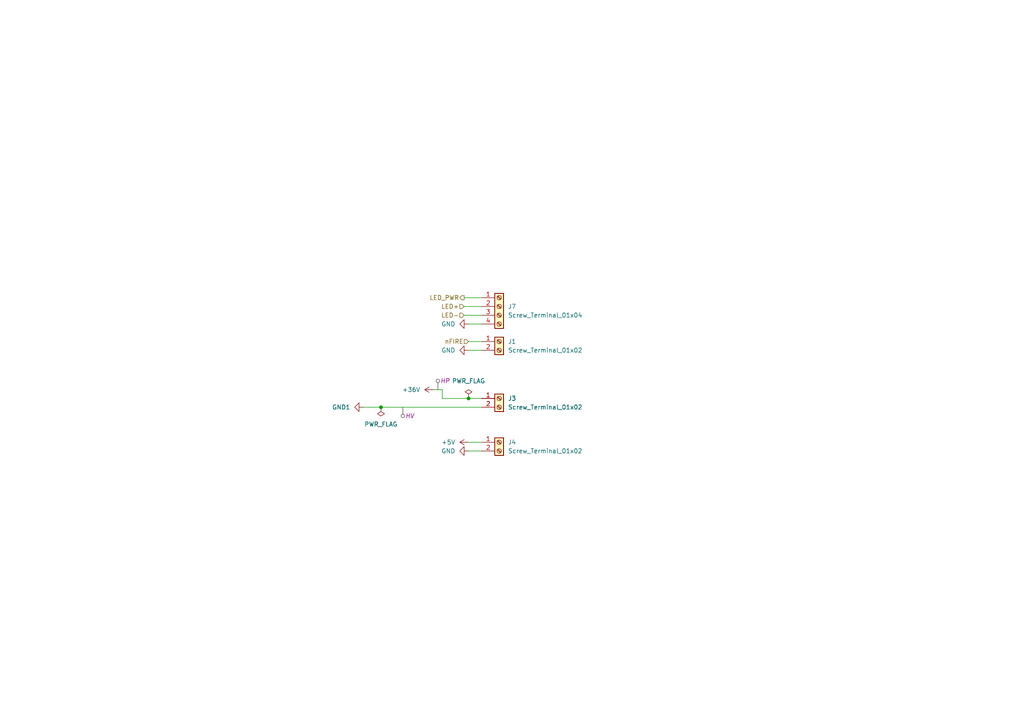
<source format=kicad_sch>
(kicad_sch (version 20230121) (generator eeschema)

  (uuid 65dc952f-5599-493c-bd96-883ef4e90307)

  (paper "A4")

  (title_block
    (title "Xaar 128 Driver")
    (date "2023-12-04")
    (rev "1.0.0")
  )

  (lib_symbols
    (symbol "Connector:Screw_Terminal_01x02" (pin_names (offset 1.016) hide) (in_bom yes) (on_board yes)
      (property "Reference" "J" (at 0 2.54 0)
        (effects (font (size 1.27 1.27)))
      )
      (property "Value" "Screw_Terminal_01x02" (at 0 -5.08 0)
        (effects (font (size 1.27 1.27)))
      )
      (property "Footprint" "" (at 0 0 0)
        (effects (font (size 1.27 1.27)) hide)
      )
      (property "Datasheet" "~" (at 0 0 0)
        (effects (font (size 1.27 1.27)) hide)
      )
      (property "ki_keywords" "screw terminal" (at 0 0 0)
        (effects (font (size 1.27 1.27)) hide)
      )
      (property "ki_description" "Generic screw terminal, single row, 01x02, script generated (kicad-library-utils/schlib/autogen/connector/)" (at 0 0 0)
        (effects (font (size 1.27 1.27)) hide)
      )
      (property "ki_fp_filters" "TerminalBlock*:*" (at 0 0 0)
        (effects (font (size 1.27 1.27)) hide)
      )
      (symbol "Screw_Terminal_01x02_1_1"
        (rectangle (start -1.27 1.27) (end 1.27 -3.81)
          (stroke (width 0.254) (type default))
          (fill (type background))
        )
        (circle (center 0 -2.54) (radius 0.635)
          (stroke (width 0.1524) (type default))
          (fill (type none))
        )
        (polyline
          (pts
            (xy -0.5334 -2.2098)
            (xy 0.3302 -3.048)
          )
          (stroke (width 0.1524) (type default))
          (fill (type none))
        )
        (polyline
          (pts
            (xy -0.5334 0.3302)
            (xy 0.3302 -0.508)
          )
          (stroke (width 0.1524) (type default))
          (fill (type none))
        )
        (polyline
          (pts
            (xy -0.3556 -2.032)
            (xy 0.508 -2.8702)
          )
          (stroke (width 0.1524) (type default))
          (fill (type none))
        )
        (polyline
          (pts
            (xy -0.3556 0.508)
            (xy 0.508 -0.3302)
          )
          (stroke (width 0.1524) (type default))
          (fill (type none))
        )
        (circle (center 0 0) (radius 0.635)
          (stroke (width 0.1524) (type default))
          (fill (type none))
        )
        (pin passive line (at -5.08 0 0) (length 3.81)
          (name "Pin_1" (effects (font (size 1.27 1.27))))
          (number "1" (effects (font (size 1.27 1.27))))
        )
        (pin passive line (at -5.08 -2.54 0) (length 3.81)
          (name "Pin_2" (effects (font (size 1.27 1.27))))
          (number "2" (effects (font (size 1.27 1.27))))
        )
      )
    )
    (symbol "Connector:Screw_Terminal_01x04" (pin_names (offset 1.016) hide) (in_bom yes) (on_board yes)
      (property "Reference" "J" (at 0 5.08 0)
        (effects (font (size 1.27 1.27)))
      )
      (property "Value" "Screw_Terminal_01x04" (at 0 -7.62 0)
        (effects (font (size 1.27 1.27)))
      )
      (property "Footprint" "" (at 0 0 0)
        (effects (font (size 1.27 1.27)) hide)
      )
      (property "Datasheet" "~" (at 0 0 0)
        (effects (font (size 1.27 1.27)) hide)
      )
      (property "ki_keywords" "screw terminal" (at 0 0 0)
        (effects (font (size 1.27 1.27)) hide)
      )
      (property "ki_description" "Generic screw terminal, single row, 01x04, script generated (kicad-library-utils/schlib/autogen/connector/)" (at 0 0 0)
        (effects (font (size 1.27 1.27)) hide)
      )
      (property "ki_fp_filters" "TerminalBlock*:*" (at 0 0 0)
        (effects (font (size 1.27 1.27)) hide)
      )
      (symbol "Screw_Terminal_01x04_1_1"
        (rectangle (start -1.27 3.81) (end 1.27 -6.35)
          (stroke (width 0.254) (type default))
          (fill (type background))
        )
        (circle (center 0 -5.08) (radius 0.635)
          (stroke (width 0.1524) (type default))
          (fill (type none))
        )
        (circle (center 0 -2.54) (radius 0.635)
          (stroke (width 0.1524) (type default))
          (fill (type none))
        )
        (polyline
          (pts
            (xy -0.5334 -4.7498)
            (xy 0.3302 -5.588)
          )
          (stroke (width 0.1524) (type default))
          (fill (type none))
        )
        (polyline
          (pts
            (xy -0.5334 -2.2098)
            (xy 0.3302 -3.048)
          )
          (stroke (width 0.1524) (type default))
          (fill (type none))
        )
        (polyline
          (pts
            (xy -0.5334 0.3302)
            (xy 0.3302 -0.508)
          )
          (stroke (width 0.1524) (type default))
          (fill (type none))
        )
        (polyline
          (pts
            (xy -0.5334 2.8702)
            (xy 0.3302 2.032)
          )
          (stroke (width 0.1524) (type default))
          (fill (type none))
        )
        (polyline
          (pts
            (xy -0.3556 -4.572)
            (xy 0.508 -5.4102)
          )
          (stroke (width 0.1524) (type default))
          (fill (type none))
        )
        (polyline
          (pts
            (xy -0.3556 -2.032)
            (xy 0.508 -2.8702)
          )
          (stroke (width 0.1524) (type default))
          (fill (type none))
        )
        (polyline
          (pts
            (xy -0.3556 0.508)
            (xy 0.508 -0.3302)
          )
          (stroke (width 0.1524) (type default))
          (fill (type none))
        )
        (polyline
          (pts
            (xy -0.3556 3.048)
            (xy 0.508 2.2098)
          )
          (stroke (width 0.1524) (type default))
          (fill (type none))
        )
        (circle (center 0 0) (radius 0.635)
          (stroke (width 0.1524) (type default))
          (fill (type none))
        )
        (circle (center 0 2.54) (radius 0.635)
          (stroke (width 0.1524) (type default))
          (fill (type none))
        )
        (pin passive line (at -5.08 2.54 0) (length 3.81)
          (name "Pin_1" (effects (font (size 1.27 1.27))))
          (number "1" (effects (font (size 1.27 1.27))))
        )
        (pin passive line (at -5.08 0 0) (length 3.81)
          (name "Pin_2" (effects (font (size 1.27 1.27))))
          (number "2" (effects (font (size 1.27 1.27))))
        )
        (pin passive line (at -5.08 -2.54 0) (length 3.81)
          (name "Pin_3" (effects (font (size 1.27 1.27))))
          (number "3" (effects (font (size 1.27 1.27))))
        )
        (pin passive line (at -5.08 -5.08 0) (length 3.81)
          (name "Pin_4" (effects (font (size 1.27 1.27))))
          (number "4" (effects (font (size 1.27 1.27))))
        )
      )
    )
    (symbol "power:+36V" (power) (pin_names (offset 0)) (in_bom yes) (on_board yes)
      (property "Reference" "#PWR" (at 0 -3.81 0)
        (effects (font (size 1.27 1.27)) hide)
      )
      (property "Value" "+36V" (at 0 3.556 0)
        (effects (font (size 1.27 1.27)))
      )
      (property "Footprint" "" (at 0 0 0)
        (effects (font (size 1.27 1.27)) hide)
      )
      (property "Datasheet" "" (at 0 0 0)
        (effects (font (size 1.27 1.27)) hide)
      )
      (property "ki_keywords" "global power" (at 0 0 0)
        (effects (font (size 1.27 1.27)) hide)
      )
      (property "ki_description" "Power symbol creates a global label with name \"+36V\"" (at 0 0 0)
        (effects (font (size 1.27 1.27)) hide)
      )
      (symbol "+36V_0_1"
        (polyline
          (pts
            (xy -0.762 1.27)
            (xy 0 2.54)
          )
          (stroke (width 0) (type default))
          (fill (type none))
        )
        (polyline
          (pts
            (xy 0 0)
            (xy 0 2.54)
          )
          (stroke (width 0) (type default))
          (fill (type none))
        )
        (polyline
          (pts
            (xy 0 2.54)
            (xy 0.762 1.27)
          )
          (stroke (width 0) (type default))
          (fill (type none))
        )
      )
      (symbol "+36V_1_1"
        (pin power_in line (at 0 0 90) (length 0) hide
          (name "+36V" (effects (font (size 1.27 1.27))))
          (number "1" (effects (font (size 1.27 1.27))))
        )
      )
    )
    (symbol "power:+5V" (power) (pin_names (offset 0)) (in_bom yes) (on_board yes)
      (property "Reference" "#PWR" (at 0 -3.81 0)
        (effects (font (size 1.27 1.27)) hide)
      )
      (property "Value" "+5V" (at 0 3.556 0)
        (effects (font (size 1.27 1.27)))
      )
      (property "Footprint" "" (at 0 0 0)
        (effects (font (size 1.27 1.27)) hide)
      )
      (property "Datasheet" "" (at 0 0 0)
        (effects (font (size 1.27 1.27)) hide)
      )
      (property "ki_keywords" "global power" (at 0 0 0)
        (effects (font (size 1.27 1.27)) hide)
      )
      (property "ki_description" "Power symbol creates a global label with name \"+5V\"" (at 0 0 0)
        (effects (font (size 1.27 1.27)) hide)
      )
      (symbol "+5V_0_1"
        (polyline
          (pts
            (xy -0.762 1.27)
            (xy 0 2.54)
          )
          (stroke (width 0) (type default))
          (fill (type none))
        )
        (polyline
          (pts
            (xy 0 0)
            (xy 0 2.54)
          )
          (stroke (width 0) (type default))
          (fill (type none))
        )
        (polyline
          (pts
            (xy 0 2.54)
            (xy 0.762 1.27)
          )
          (stroke (width 0) (type default))
          (fill (type none))
        )
      )
      (symbol "+5V_1_1"
        (pin power_in line (at 0 0 90) (length 0) hide
          (name "+5V" (effects (font (size 1.27 1.27))))
          (number "1" (effects (font (size 1.27 1.27))))
        )
      )
    )
    (symbol "power:GND" (power) (pin_names (offset 0)) (in_bom yes) (on_board yes)
      (property "Reference" "#PWR" (at 0 -6.35 0)
        (effects (font (size 1.27 1.27)) hide)
      )
      (property "Value" "GND" (at 0 -3.81 0)
        (effects (font (size 1.27 1.27)))
      )
      (property "Footprint" "" (at 0 0 0)
        (effects (font (size 1.27 1.27)) hide)
      )
      (property "Datasheet" "" (at 0 0 0)
        (effects (font (size 1.27 1.27)) hide)
      )
      (property "ki_keywords" "global power" (at 0 0 0)
        (effects (font (size 1.27 1.27)) hide)
      )
      (property "ki_description" "Power symbol creates a global label with name \"GND\" , ground" (at 0 0 0)
        (effects (font (size 1.27 1.27)) hide)
      )
      (symbol "GND_0_1"
        (polyline
          (pts
            (xy 0 0)
            (xy 0 -1.27)
            (xy 1.27 -1.27)
            (xy 0 -2.54)
            (xy -1.27 -1.27)
            (xy 0 -1.27)
          )
          (stroke (width 0) (type default))
          (fill (type none))
        )
      )
      (symbol "GND_1_1"
        (pin power_in line (at 0 0 270) (length 0) hide
          (name "GND" (effects (font (size 1.27 1.27))))
          (number "1" (effects (font (size 1.27 1.27))))
        )
      )
    )
    (symbol "power:GND1" (power) (pin_names (offset 0)) (in_bom yes) (on_board yes)
      (property "Reference" "#PWR" (at 0 -6.35 0)
        (effects (font (size 1.27 1.27)) hide)
      )
      (property "Value" "GND1" (at 0 -3.81 0)
        (effects (font (size 1.27 1.27)))
      )
      (property "Footprint" "" (at 0 0 0)
        (effects (font (size 1.27 1.27)) hide)
      )
      (property "Datasheet" "" (at 0 0 0)
        (effects (font (size 1.27 1.27)) hide)
      )
      (property "ki_keywords" "global power" (at 0 0 0)
        (effects (font (size 1.27 1.27)) hide)
      )
      (property "ki_description" "Power symbol creates a global label with name \"GND1\" , ground" (at 0 0 0)
        (effects (font (size 1.27 1.27)) hide)
      )
      (symbol "GND1_0_1"
        (polyline
          (pts
            (xy 0 0)
            (xy 0 -1.27)
            (xy 1.27 -1.27)
            (xy 0 -2.54)
            (xy -1.27 -1.27)
            (xy 0 -1.27)
          )
          (stroke (width 0) (type default))
          (fill (type none))
        )
      )
      (symbol "GND1_1_1"
        (pin power_in line (at 0 0 270) (length 0) hide
          (name "GND1" (effects (font (size 1.27 1.27))))
          (number "1" (effects (font (size 1.27 1.27))))
        )
      )
    )
    (symbol "power:PWR_FLAG" (power) (pin_numbers hide) (pin_names (offset 0) hide) (in_bom yes) (on_board yes)
      (property "Reference" "#FLG" (at 0 1.905 0)
        (effects (font (size 1.27 1.27)) hide)
      )
      (property "Value" "PWR_FLAG" (at 0 3.81 0)
        (effects (font (size 1.27 1.27)))
      )
      (property "Footprint" "" (at 0 0 0)
        (effects (font (size 1.27 1.27)) hide)
      )
      (property "Datasheet" "~" (at 0 0 0)
        (effects (font (size 1.27 1.27)) hide)
      )
      (property "ki_keywords" "flag power" (at 0 0 0)
        (effects (font (size 1.27 1.27)) hide)
      )
      (property "ki_description" "Special symbol for telling ERC where power comes from" (at 0 0 0)
        (effects (font (size 1.27 1.27)) hide)
      )
      (symbol "PWR_FLAG_0_0"
        (pin power_out line (at 0 0 90) (length 0)
          (name "pwr" (effects (font (size 1.27 1.27))))
          (number "1" (effects (font (size 1.27 1.27))))
        )
      )
      (symbol "PWR_FLAG_0_1"
        (polyline
          (pts
            (xy 0 0)
            (xy 0 1.27)
            (xy -1.016 1.905)
            (xy 0 2.54)
            (xy 1.016 1.905)
            (xy 0 1.27)
          )
          (stroke (width 0) (type default))
          (fill (type none))
        )
      )
    )
  )

  (junction (at 110.49 118.11) (diameter 0) (color 0 0 0 0)
    (uuid 065897dd-124d-4ac1-a147-7852c1c221e2)
  )
  (junction (at 135.89 115.57) (diameter 0) (color 0 0 0 0)
    (uuid e750d1a7-e66b-4b48-833f-022bbb83e7e1)
  )

  (wire (pts (xy 135.89 128.27) (xy 139.7 128.27))
    (stroke (width 0) (type default))
    (uuid 1722373c-bf7e-46ac-b2c3-140c3382dbfb)
  )
  (wire (pts (xy 135.89 99.06) (xy 139.7 99.06))
    (stroke (width 0) (type default))
    (uuid 18962c86-ae7e-4574-b857-d700a1ec7941)
  )
  (wire (pts (xy 135.89 130.81) (xy 139.7 130.81))
    (stroke (width 0) (type default))
    (uuid 45bfa413-eb59-4b0a-a9f2-74e392fe806f)
  )
  (wire (pts (xy 128.27 115.57) (xy 135.89 115.57))
    (stroke (width 0) (type default))
    (uuid 59b1e2fe-5d42-4528-9c79-0f99937f2250)
  )
  (wire (pts (xy 135.89 93.98) (xy 139.7 93.98))
    (stroke (width 0) (type default))
    (uuid 5ec9e01a-5ba2-4f0e-a5b8-5577a1886965)
  )
  (wire (pts (xy 135.89 101.6) (xy 139.7 101.6))
    (stroke (width 0) (type default))
    (uuid 66ef3382-852a-46ed-b90b-b922d5d7cd4e)
  )
  (wire (pts (xy 105.41 118.11) (xy 110.49 118.11))
    (stroke (width 0) (type default))
    (uuid 711cdcb3-0226-494a-b86b-26e6d912f90d)
  )
  (wire (pts (xy 134.62 91.44) (xy 139.7 91.44))
    (stroke (width 0) (type default))
    (uuid 83855fd3-92d7-4dee-af03-7911ed6453ec)
  )
  (wire (pts (xy 135.89 115.57) (xy 139.7 115.57))
    (stroke (width 0) (type default))
    (uuid b313b7df-5db7-4c58-a3d4-b1b2ef962877)
  )
  (wire (pts (xy 134.62 88.9) (xy 139.7 88.9))
    (stroke (width 0) (type default))
    (uuid c9bfbcb3-96e0-4ceb-90fd-367898c4de3f)
  )
  (wire (pts (xy 125.73 113.03) (xy 128.27 113.03))
    (stroke (width 0) (type default))
    (uuid d8234d9f-881e-4edf-9e42-c53d4d9872c1)
  )
  (wire (pts (xy 110.49 118.11) (xy 139.7 118.11))
    (stroke (width 0) (type default))
    (uuid e7670e20-8cc4-47e2-aef2-92b579467891)
  )
  (wire (pts (xy 128.27 113.03) (xy 128.27 115.57))
    (stroke (width 0) (type default))
    (uuid ed386f61-f6c9-46d0-be09-32cce262229e)
  )
  (wire (pts (xy 134.62 86.36) (xy 139.7 86.36))
    (stroke (width 0) (type default))
    (uuid ff51c630-ee87-41c1-972d-f7f89fb9fe54)
  )

  (hierarchical_label "LED+" (shape input) (at 134.62 88.9 180) (fields_autoplaced)
    (effects (font (size 1.27 1.27)) (justify right))
    (uuid 4c9a5df7-ad67-4dd0-b846-48e750d56e12)
  )
  (hierarchical_label "LED-" (shape input) (at 134.62 91.44 180) (fields_autoplaced)
    (effects (font (size 1.27 1.27)) (justify right))
    (uuid c43702c3-f0e4-4a86-a1c6-60810876fbc5)
  )
  (hierarchical_label "LED_PWR" (shape output) (at 134.62 86.36 180) (fields_autoplaced)
    (effects (font (size 1.27 1.27)) (justify right))
    (uuid e7448bff-43b5-43ce-b5ac-1ac911ebb5c3)
  )
  (hierarchical_label "nFIRE" (shape input) (at 135.89 99.06 180) (fields_autoplaced)
    (effects (font (size 1.27 1.27)) (justify right))
    (uuid fa578dc7-4124-4e56-a685-360128346c6c)
  )

  (netclass_flag "" (length 2.54) (shape round) (at 127 113.03 0) (fields_autoplaced)
    (effects (font (size 1.27 1.27)) (justify left bottom))
    (uuid 65f816f2-30ee-48be-91ee-bea2ddd6c2fe)
    (property "Netclass" "HP" (at 127.6985 110.49 0)
      (effects (font (size 1.27 1.27) italic) (justify left))
    )
  )
  (netclass_flag "" (length 2.54) (shape round) (at 116.84 118.11 180) (fields_autoplaced)
    (effects (font (size 1.27 1.27)) (justify right bottom))
    (uuid 81fbee84-2528-478d-8e19-fcafc8470c30)
    (property "Netclass" "HV" (at 117.5385 120.65 0)
      (effects (font (size 1.27 1.27) italic) (justify left))
    )
  )

  (symbol (lib_id "power:PWR_FLAG") (at 110.49 118.11 180) (unit 1)
    (in_bom yes) (on_board yes) (dnp no) (fields_autoplaced)
    (uuid 057ca9e6-bfa7-4029-a2c1-6b3340275cf5)
    (property "Reference" "#FLG06" (at 110.49 120.015 0)
      (effects (font (size 1.27 1.27)) hide)
    )
    (property "Value" "PWR_FLAG" (at 110.49 123.0532 0)
      (effects (font (size 1.27 1.27)))
    )
    (property "Footprint" "" (at 110.49 118.11 0)
      (effects (font (size 1.27 1.27)) hide)
    )
    (property "Datasheet" "~" (at 110.49 118.11 0)
      (effects (font (size 1.27 1.27)) hide)
    )
    (pin "1" (uuid bf8f9d3b-fc4f-4835-a1ac-c04b4abd3f6e))
    (instances
      (project "Xaar128-Driver"
        (path "/f0c82013-03f9-4093-aa02-30b89fd69529/8d2d865b-5c5b-48bf-9eef-a5e158c4d497"
          (reference "#FLG06") (unit 1)
        )
      )
    )
  )

  (symbol (lib_id "Connector:Screw_Terminal_01x04") (at 144.78 88.9 0) (unit 1)
    (in_bom yes) (on_board yes) (dnp no) (fields_autoplaced)
    (uuid 05bafe0c-3f9b-40af-96b9-a379fdd48f30)
    (property "Reference" "J7" (at 147.32 88.9 0)
      (effects (font (size 1.27 1.27)) (justify left))
    )
    (property "Value" "Screw_Terminal_01x04" (at 147.32 91.44 0)
      (effects (font (size 1.27 1.27)) (justify left))
    )
    (property "Footprint" "RS_PRO:Steckbarer_Klemmenblock_1x04_5.08mm_vertical_copy" (at 144.78 88.9 0)
      (effects (font (size 1.27 1.27)) hide)
    )
    (property "Datasheet" "~" (at 144.78 88.9 0)
      (effects (font (size 1.27 1.27)) hide)
    )
    (property "RSBestNr" "897-1240" (at 144.78 88.9 0)
      (effects (font (size 1.27 1.27)) hide)
    )
    (property "Supplier" "RS" (at 144.78 88.9 0)
      (effects (font (size 1.27 1.27)) hide)
    )
    (pin "1" (uuid dfd0d60d-3dd4-4052-a908-955e455dc490))
    (pin "2" (uuid 8bb120f8-5447-4b1a-84a5-d335ca85e150))
    (pin "3" (uuid eca3398b-aafd-41d5-83d6-cdb226b6580d))
    (pin "4" (uuid 729de11d-94f2-4516-9fee-1176bdc3c648))
    (instances
      (project "Xaar128-Driver"
        (path "/f0c82013-03f9-4093-aa02-30b89fd69529/8d2d865b-5c5b-48bf-9eef-a5e158c4d497"
          (reference "J7") (unit 1)
        )
      )
    )
  )

  (symbol (lib_id "power:GND") (at 135.89 130.81 270) (unit 1)
    (in_bom yes) (on_board yes) (dnp no) (fields_autoplaced)
    (uuid 0e3a495d-837f-4714-aebb-b971a257caba)
    (property "Reference" "#PWR068" (at 129.54 130.81 0)
      (effects (font (size 1.27 1.27)) hide)
    )
    (property "Value" "GND" (at 132.08 130.81 90)
      (effects (font (size 1.27 1.27)) (justify right))
    )
    (property "Footprint" "" (at 135.89 130.81 0)
      (effects (font (size 1.27 1.27)) hide)
    )
    (property "Datasheet" "" (at 135.89 130.81 0)
      (effects (font (size 1.27 1.27)) hide)
    )
    (pin "1" (uuid cfc5301c-b8fa-4402-8c28-c4673e3396b8))
    (instances
      (project "Xaar128-Driver"
        (path "/f0c82013-03f9-4093-aa02-30b89fd69529/8d2d865b-5c5b-48bf-9eef-a5e158c4d497"
          (reference "#PWR068") (unit 1)
        )
      )
    )
  )

  (symbol (lib_id "Connector:Screw_Terminal_01x02") (at 144.78 128.27 0) (unit 1)
    (in_bom yes) (on_board yes) (dnp no) (fields_autoplaced)
    (uuid 375cf217-3620-4f29-8e49-d0cc3eaabb22)
    (property "Reference" "J4" (at 147.32 128.27 0)
      (effects (font (size 1.27 1.27)) (justify left))
    )
    (property "Value" "Screw_Terminal_01x02" (at 147.32 130.81 0)
      (effects (font (size 1.27 1.27)) (justify left))
    )
    (property "Footprint" "RS_PRO:Steckbarer_Klemmenblock_1x02_5.08mm_vertical" (at 144.78 128.27 0)
      (effects (font (size 1.27 1.27)) hide)
    )
    (property "Datasheet" "~" (at 144.78 128.27 0)
      (effects (font (size 1.27 1.27)) hide)
    )
    (property "RSBestNr" "897-1238" (at 144.78 128.27 0)
      (effects (font (size 1.27 1.27)) hide)
    )
    (property "Supplier" "RS" (at 144.78 128.27 0)
      (effects (font (size 1.27 1.27)) hide)
    )
    (pin "1" (uuid 5c850b05-3a9e-490b-92b7-703bd69aa88c))
    (pin "2" (uuid 2205173e-e9df-40d5-80cd-1e00eaec3587))
    (instances
      (project "Xaar128-Driver"
        (path "/f0c82013-03f9-4093-aa02-30b89fd69529/8d2d865b-5c5b-48bf-9eef-a5e158c4d497"
          (reference "J4") (unit 1)
        )
      )
    )
  )

  (symbol (lib_id "power:+36V") (at 125.73 113.03 90) (unit 1)
    (in_bom yes) (on_board yes) (dnp no) (fields_autoplaced)
    (uuid 5e249bef-9c04-4424-9943-651742c933f5)
    (property "Reference" "#PWR066" (at 129.54 113.03 0)
      (effects (font (size 1.27 1.27)) hide)
    )
    (property "Value" "+36V" (at 121.92 113.03 90)
      (effects (font (size 1.27 1.27)) (justify left))
    )
    (property "Footprint" "" (at 125.73 113.03 0)
      (effects (font (size 1.27 1.27)) hide)
    )
    (property "Datasheet" "" (at 125.73 113.03 0)
      (effects (font (size 1.27 1.27)) hide)
    )
    (pin "1" (uuid 3b532e49-8399-4ebe-b915-1f00a3ed66a6))
    (instances
      (project "Xaar128-Driver"
        (path "/f0c82013-03f9-4093-aa02-30b89fd69529/8d2d865b-5c5b-48bf-9eef-a5e158c4d497"
          (reference "#PWR066") (unit 1)
        )
      )
    )
  )

  (symbol (lib_id "Connector:Screw_Terminal_01x02") (at 144.78 99.06 0) (unit 1)
    (in_bom yes) (on_board yes) (dnp no) (fields_autoplaced)
    (uuid 6d549843-021d-4ccc-8578-d4fd0a782b38)
    (property "Reference" "J1" (at 147.32 99.06 0)
      (effects (font (size 1.27 1.27)) (justify left))
    )
    (property "Value" "Screw_Terminal_01x02" (at 147.32 101.6 0)
      (effects (font (size 1.27 1.27)) (justify left))
    )
    (property "Footprint" "RS_PRO:Steckbarer_Klemmenblock_1x02_5.08mm_vertical" (at 144.78 99.06 0)
      (effects (font (size 1.27 1.27)) hide)
    )
    (property "Datasheet" "~" (at 144.78 99.06 0)
      (effects (font (size 1.27 1.27)) hide)
    )
    (property "RSBestNr" "897-1238" (at 144.78 99.06 0)
      (effects (font (size 1.27 1.27)) hide)
    )
    (property "Supplier" "RS" (at 144.78 99.06 0)
      (effects (font (size 1.27 1.27)) hide)
    )
    (pin "1" (uuid b1aa18d4-15ed-46de-94b6-d8f5d3740391))
    (pin "2" (uuid 7d34831d-3792-485e-a66b-b5aaa4ebabd8))
    (instances
      (project "Xaar128-Driver"
        (path "/f0c82013-03f9-4093-aa02-30b89fd69529/8d2d865b-5c5b-48bf-9eef-a5e158c4d497"
          (reference "J1") (unit 1)
        )
      )
    )
  )

  (symbol (lib_id "power:+5V") (at 135.89 128.27 90) (unit 1)
    (in_bom yes) (on_board yes) (dnp no) (fields_autoplaced)
    (uuid 7dbff35f-e642-466b-bfa1-ad61ff4d054a)
    (property "Reference" "#PWR069" (at 139.7 128.27 0)
      (effects (font (size 1.27 1.27)) hide)
    )
    (property "Value" "+5V" (at 132.08 128.27 90)
      (effects (font (size 1.27 1.27)) (justify left))
    )
    (property "Footprint" "" (at 135.89 128.27 0)
      (effects (font (size 1.27 1.27)) hide)
    )
    (property "Datasheet" "" (at 135.89 128.27 0)
      (effects (font (size 1.27 1.27)) hide)
    )
    (pin "1" (uuid ab27d69f-1bde-499c-ad4b-2d53c13cdc36))
    (instances
      (project "Xaar128-Driver"
        (path "/f0c82013-03f9-4093-aa02-30b89fd69529/8d2d865b-5c5b-48bf-9eef-a5e158c4d497"
          (reference "#PWR069") (unit 1)
        )
      )
    )
  )

  (symbol (lib_id "Connector:Screw_Terminal_01x02") (at 144.78 115.57 0) (unit 1)
    (in_bom yes) (on_board yes) (dnp no) (fields_autoplaced)
    (uuid 908985a4-c146-4f10-b4e7-59a5622bb49a)
    (property "Reference" "J3" (at 147.32 115.57 0)
      (effects (font (size 1.27 1.27)) (justify left))
    )
    (property "Value" "Screw_Terminal_01x02" (at 147.32 118.11 0)
      (effects (font (size 1.27 1.27)) (justify left))
    )
    (property "Footprint" "RS_PRO:Steckbarer_Klemmenblock_1x02_5.08mm_vertical" (at 144.78 115.57 0)
      (effects (font (size 1.27 1.27)) hide)
    )
    (property "Datasheet" "~" (at 144.78 115.57 0)
      (effects (font (size 1.27 1.27)) hide)
    )
    (property "RSBestNr" "897-1238" (at 144.78 115.57 0)
      (effects (font (size 1.27 1.27)) hide)
    )
    (property "Supplier" "RS" (at 144.78 115.57 0)
      (effects (font (size 1.27 1.27)) hide)
    )
    (pin "1" (uuid c5519cad-ff6d-404a-bc84-ef924d810fc6))
    (pin "2" (uuid c1defe10-fe88-46ae-aac4-2d41c079e8ee))
    (instances
      (project "Xaar128-Driver"
        (path "/f0c82013-03f9-4093-aa02-30b89fd69529/8d2d865b-5c5b-48bf-9eef-a5e158c4d497"
          (reference "J3") (unit 1)
        )
      )
    )
  )

  (symbol (lib_id "power:GND1") (at 105.41 118.11 270) (unit 1)
    (in_bom yes) (on_board yes) (dnp no)
    (uuid 960f341e-bc60-446d-a0ae-4b79fe2b223d)
    (property "Reference" "#PWR096" (at 99.06 118.11 0)
      (effects (font (size 1.27 1.27)) hide)
    )
    (property "Value" "GND1" (at 101.6 118.11 90)
      (effects (font (size 1.27 1.27)) (justify right))
    )
    (property "Footprint" "" (at 105.41 118.11 0)
      (effects (font (size 1.27 1.27)) hide)
    )
    (property "Datasheet" "" (at 105.41 118.11 0)
      (effects (font (size 1.27 1.27)) hide)
    )
    (pin "1" (uuid 9e4025d8-d496-4d2e-9729-4197bfdd5418))
    (instances
      (project "Xaar128-Driver"
        (path "/f0c82013-03f9-4093-aa02-30b89fd69529/8d2d865b-5c5b-48bf-9eef-a5e158c4d497"
          (reference "#PWR096") (unit 1)
        )
      )
    )
  )

  (symbol (lib_id "power:PWR_FLAG") (at 135.89 115.57 0) (unit 1)
    (in_bom yes) (on_board yes) (dnp no) (fields_autoplaced)
    (uuid c3ee7547-dffa-4794-80d8-1a7ea42935ca)
    (property "Reference" "#FLG07" (at 135.89 113.665 0)
      (effects (font (size 1.27 1.27)) hide)
    )
    (property "Value" "PWR_FLAG" (at 135.89 110.49 0)
      (effects (font (size 1.27 1.27)))
    )
    (property "Footprint" "" (at 135.89 115.57 0)
      (effects (font (size 1.27 1.27)) hide)
    )
    (property "Datasheet" "~" (at 135.89 115.57 0)
      (effects (font (size 1.27 1.27)) hide)
    )
    (pin "1" (uuid 231e8971-d90d-49fc-96b3-133ca66ba628))
    (instances
      (project "Xaar128-Driver"
        (path "/f0c82013-03f9-4093-aa02-30b89fd69529/8d2d865b-5c5b-48bf-9eef-a5e158c4d497"
          (reference "#FLG07") (unit 1)
        )
      )
    )
  )

  (symbol (lib_id "power:GND") (at 135.89 101.6 270) (unit 1)
    (in_bom yes) (on_board yes) (dnp no) (fields_autoplaced)
    (uuid eb50ec4b-d53d-4d13-b2f7-723de30161db)
    (property "Reference" "#PWR064" (at 129.54 101.6 0)
      (effects (font (size 1.27 1.27)) hide)
    )
    (property "Value" "GND" (at 132.08 101.6 90)
      (effects (font (size 1.27 1.27)) (justify right))
    )
    (property "Footprint" "" (at 135.89 101.6 0)
      (effects (font (size 1.27 1.27)) hide)
    )
    (property "Datasheet" "" (at 135.89 101.6 0)
      (effects (font (size 1.27 1.27)) hide)
    )
    (pin "1" (uuid 6c504056-2e33-4743-909d-ebd567fc5915))
    (instances
      (project "Xaar128-Driver"
        (path "/f0c82013-03f9-4093-aa02-30b89fd69529/8d2d865b-5c5b-48bf-9eef-a5e158c4d497"
          (reference "#PWR064") (unit 1)
        )
      )
    )
  )

  (symbol (lib_id "power:GND") (at 135.89 93.98 270) (unit 1)
    (in_bom yes) (on_board yes) (dnp no) (fields_autoplaced)
    (uuid ee3fe430-2130-479a-b4b8-9a32fa2be7da)
    (property "Reference" "#PWR067" (at 129.54 93.98 0)
      (effects (font (size 1.27 1.27)) hide)
    )
    (property "Value" "GND" (at 132.08 93.98 90)
      (effects (font (size 1.27 1.27)) (justify right))
    )
    (property "Footprint" "" (at 135.89 93.98 0)
      (effects (font (size 1.27 1.27)) hide)
    )
    (property "Datasheet" "" (at 135.89 93.98 0)
      (effects (font (size 1.27 1.27)) hide)
    )
    (pin "1" (uuid c0d5acbf-2172-4ff2-b3f5-22f9858da0ed))
    (instances
      (project "Xaar128-Driver"
        (path "/f0c82013-03f9-4093-aa02-30b89fd69529/8d2d865b-5c5b-48bf-9eef-a5e158c4d497"
          (reference "#PWR067") (unit 1)
        )
      )
    )
  )
)

</source>
